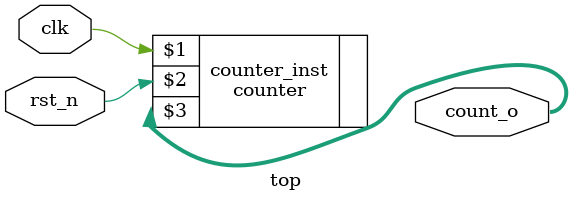
<source format=v>
module top #(parameter n = 4) (clk,rst_n,count_o);
    input clk,rst_n;
    output reg [n-1:0] count_o;
    counter #(.n(n)) counter_inst(clk,rst_n,count_o);
endmodule
</source>
